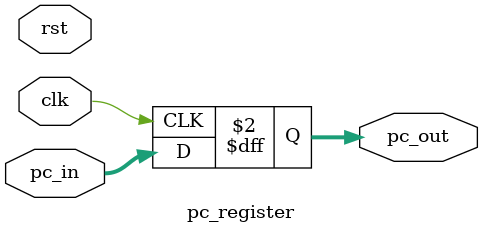
<source format=v>

module pc_register(clk, rst, pc_in, 
					pc_out);
	input wire clk, rst;
	input wire[31:0] pc_in;
	output reg[31:0] pc_out;

    always @(posedge clk) begin
        pc_out = pc_in;
    end

endmodule // pc_register

</source>
